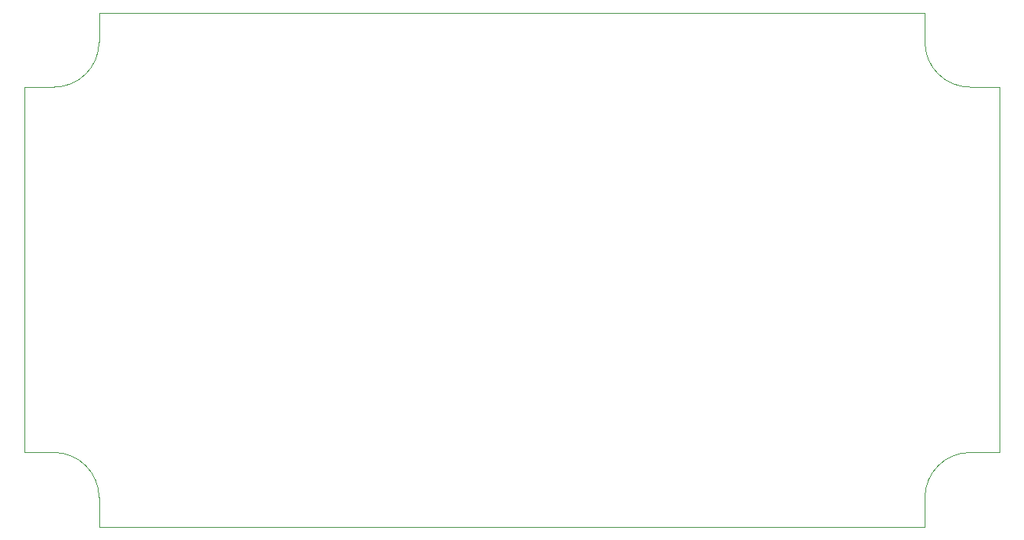
<source format=gbr>
%TF.GenerationSoftware,KiCad,Pcbnew,(5.1.6)-1*%
%TF.CreationDate,2020-11-02T11:11:50+01:00*%
%TF.ProjectId,ltz10v,6c747a31-3076-42e6-9b69-6361645f7063,rev?*%
%TF.SameCoordinates,Original*%
%TF.FileFunction,Profile,NP*%
%FSLAX46Y46*%
G04 Gerber Fmt 4.6, Leading zero omitted, Abs format (unit mm)*
G04 Created by KiCad (PCBNEW (5.1.6)-1) date 2020-11-02 11:11:50*
%MOMM*%
%LPD*%
G01*
G04 APERTURE LIST*
%TA.AperFunction,Profile*%
%ADD10C,0.050000*%
%TD*%
G04 APERTURE END LIST*
D10*
X103250000Y-110750000D02*
G75*
G02*
X108250000Y-115750000I0J-5000000D01*
G01*
X108250000Y-115750000D02*
X108250000Y-119000000D01*
X103250000Y-110750000D02*
X100000000Y-110750000D01*
X108250000Y-65250000D02*
G75*
G02*
X103250000Y-70250000I-5000000J0D01*
G01*
X103250000Y-70250000D02*
X100000000Y-70250000D01*
X108250000Y-65250000D02*
X108250000Y-62000000D01*
X199750000Y-115750000D02*
G75*
G02*
X204750000Y-110750000I5000000J0D01*
G01*
X204750000Y-110750000D02*
X208000000Y-110750000D01*
X199750000Y-115750000D02*
X199750000Y-119000000D01*
X204750000Y-70250000D02*
G75*
G02*
X199750000Y-65250000I0J5000000D01*
G01*
X204750000Y-70250000D02*
X208000000Y-70250000D01*
X199750000Y-65250000D02*
X199750000Y-62000000D01*
X100000000Y-110750000D02*
X100000000Y-70250000D01*
X199750000Y-119000000D02*
X108250000Y-119000000D01*
X208000000Y-70250000D02*
X208000000Y-110750000D01*
X108250000Y-62000000D02*
X199750000Y-62000000D01*
M02*

</source>
